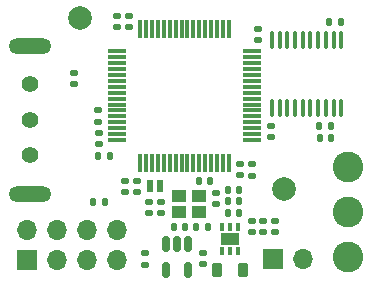
<source format=gts>
%TF.GenerationSoftware,KiCad,Pcbnew,8.0.0*%
%TF.CreationDate,2024-03-08T16:01:42-06:00*%
%TF.ProjectId,led_dog_collar,6c65645f-646f-4675-9f63-6f6c6c61722e,rev?*%
%TF.SameCoordinates,Original*%
%TF.FileFunction,Soldermask,Top*%
%TF.FilePolarity,Negative*%
%FSLAX46Y46*%
G04 Gerber Fmt 4.6, Leading zero omitted, Abs format (unit mm)*
G04 Created by KiCad (PCBNEW 8.0.0) date 2024-03-08 16:01:42*
%MOMM*%
%LPD*%
G01*
G04 APERTURE LIST*
G04 Aperture macros list*
%AMRoundRect*
0 Rectangle with rounded corners*
0 $1 Rounding radius*
0 $2 $3 $4 $5 $6 $7 $8 $9 X,Y pos of 4 corners*
0 Add a 4 corners polygon primitive as box body*
4,1,4,$2,$3,$4,$5,$6,$7,$8,$9,$2,$3,0*
0 Add four circle primitives for the rounded corners*
1,1,$1+$1,$2,$3*
1,1,$1+$1,$4,$5*
1,1,$1+$1,$6,$7*
1,1,$1+$1,$8,$9*
0 Add four rect primitives between the rounded corners*
20,1,$1+$1,$2,$3,$4,$5,0*
20,1,$1+$1,$4,$5,$6,$7,0*
20,1,$1+$1,$6,$7,$8,$9,0*
20,1,$1+$1,$8,$9,$2,$3,0*%
G04 Aperture macros list end*
%ADD10RoundRect,0.140000X0.170000X-0.140000X0.170000X0.140000X-0.170000X0.140000X-0.170000X-0.140000X0*%
%ADD11R,1.700000X1.700000*%
%ADD12O,1.700000X1.700000*%
%ADD13RoundRect,0.140000X-0.140000X-0.170000X0.140000X-0.170000X0.140000X0.170000X-0.140000X0.170000X0*%
%ADD14RoundRect,0.140000X0.140000X0.170000X-0.140000X0.170000X-0.140000X-0.170000X0.140000X-0.170000X0*%
%ADD15C,2.600000*%
%ADD16RoundRect,0.140000X-0.170000X0.140000X-0.170000X-0.140000X0.170000X-0.140000X0.170000X0.140000X0*%
%ADD17RoundRect,0.135000X-0.185000X0.135000X-0.185000X-0.135000X0.185000X-0.135000X0.185000X0.135000X0*%
%ADD18RoundRect,0.135000X-0.135000X-0.185000X0.135000X-0.185000X0.135000X0.185000X-0.135000X0.185000X0*%
%ADD19RoundRect,0.075000X0.075000X-0.700000X0.075000X0.700000X-0.075000X0.700000X-0.075000X-0.700000X0*%
%ADD20RoundRect,0.075000X0.700000X-0.075000X0.700000X0.075000X-0.700000X0.075000X-0.700000X-0.075000X0*%
%ADD21C,2.000000*%
%ADD22RoundRect,0.135000X0.135000X0.185000X-0.135000X0.185000X-0.135000X-0.185000X0.135000X-0.185000X0*%
%ADD23RoundRect,0.135000X0.185000X-0.135000X0.185000X0.135000X-0.185000X0.135000X-0.185000X-0.135000X0*%
%ADD24R,1.200000X1.000000*%
%ADD25R,0.575000X1.140000*%
%ADD26RoundRect,0.150000X-0.150000X0.512500X-0.150000X-0.512500X0.150000X-0.512500X0.150000X0.512500X0*%
%ADD27C,0.812800*%
%ADD28C,1.397000*%
%ADD29O,3.606800X1.320800*%
%ADD30R,0.350000X0.650000*%
%ADD31R,1.600000X1.000000*%
%ADD32RoundRect,0.100000X-0.100000X0.637500X-0.100000X-0.637500X0.100000X-0.637500X0.100000X0.637500X0*%
%ADD33RoundRect,0.218750X0.218750X0.381250X-0.218750X0.381250X-0.218750X-0.381250X0.218750X-0.381250X0*%
G04 APERTURE END LIST*
D10*
%TO.C,C19*%
X187452000Y-53437799D03*
X187452000Y-52477799D03*
%TD*%
%TO.C,C15*%
X199390000Y-54570000D03*
X199390000Y-53610000D03*
%TD*%
D11*
%TO.C,J1*%
X200660000Y-73075800D03*
D12*
X203200000Y-73075800D03*
%TD*%
D13*
%TO.C,C6*%
X196820000Y-68190000D03*
X197780000Y-68190000D03*
%TD*%
D14*
%TO.C,C23*%
X193220000Y-70330000D03*
X192260000Y-70330000D03*
%TD*%
D15*
%TO.C,J2*%
X207010000Y-65278000D03*
%TD*%
D16*
%TO.C,C14*%
X200451399Y-61777800D03*
X200451399Y-62737800D03*
%TD*%
%TO.C,C11*%
X197820000Y-65000000D03*
X197820000Y-65960000D03*
%TD*%
D17*
%TO.C,R4*%
X189814200Y-72593200D03*
X189814200Y-73613198D03*
%TD*%
D10*
%TO.C,C16*%
X185871800Y-63347399D03*
X185871800Y-62387399D03*
%TD*%
D18*
%TO.C,R7*%
X185826400Y-64339599D03*
X186846400Y-64339599D03*
%TD*%
D14*
%TO.C,C17*%
X195298000Y-66471800D03*
X194338000Y-66471800D03*
%TD*%
D18*
%TO.C,R2*%
X205409800Y-52984400D03*
X206429798Y-52984400D03*
%TD*%
D16*
%TO.C,C12*%
X188132401Y-66471599D03*
X188132401Y-67431599D03*
%TD*%
D19*
%TO.C,U4*%
X189402401Y-64918400D03*
X189902400Y-64918400D03*
X190402400Y-64918400D03*
X190902400Y-64918400D03*
X191402400Y-64918400D03*
X191902401Y-64918400D03*
X192402400Y-64918400D03*
X192902400Y-64918400D03*
X193402400Y-64918400D03*
X193902400Y-64918400D03*
X194402399Y-64918400D03*
X194902400Y-64918400D03*
X195402400Y-64918400D03*
X195902400Y-64918400D03*
X196402400Y-64918400D03*
X196902399Y-64918400D03*
D20*
X198827400Y-62993399D03*
X198827400Y-62493400D03*
X198827400Y-61993400D03*
X198827400Y-61493400D03*
X198827400Y-60993400D03*
X198827400Y-60493399D03*
X198827400Y-59993400D03*
X198827400Y-59493400D03*
X198827400Y-58993400D03*
X198827400Y-58493400D03*
X198827400Y-57993401D03*
X198827400Y-57493400D03*
X198827400Y-56993400D03*
X198827400Y-56493400D03*
X198827400Y-55993400D03*
X198827400Y-55493401D03*
D19*
X196902399Y-53568400D03*
X196402400Y-53568400D03*
X195902400Y-53568400D03*
X195402400Y-53568400D03*
X194902400Y-53568400D03*
X194402399Y-53568400D03*
X193902400Y-53568400D03*
X193402400Y-53568400D03*
X192902400Y-53568400D03*
X192402400Y-53568400D03*
X191902401Y-53568400D03*
X191402400Y-53568400D03*
X190902400Y-53568400D03*
X190402400Y-53568400D03*
X189902400Y-53568400D03*
X189402401Y-53568400D03*
D20*
X187477400Y-55493401D03*
X187477400Y-55993400D03*
X187477400Y-56493400D03*
X187477400Y-56993400D03*
X187477400Y-57493400D03*
X187477400Y-57993401D03*
X187477400Y-58493400D03*
X187477400Y-58993400D03*
X187477400Y-59493400D03*
X187477400Y-59993400D03*
X187477400Y-60493399D03*
X187477400Y-60993400D03*
X187477400Y-61493400D03*
X187477400Y-61993400D03*
X187477400Y-62493400D03*
X187477400Y-62993399D03*
%TD*%
D15*
%TO.C,J4*%
X207010000Y-69088000D03*
%TD*%
D16*
%TO.C,C13*%
X189123001Y-66476799D03*
X189123001Y-67436799D03*
%TD*%
D10*
%TO.C,C10*%
X194716400Y-73507600D03*
X194716400Y-72547600D03*
%TD*%
D21*
%TO.C,H1*%
X201540000Y-67130000D03*
%TD*%
D22*
%TO.C,R3*%
X205587600Y-61772800D03*
X204567602Y-61772800D03*
%TD*%
D13*
%TO.C,C7*%
X196820000Y-67210000D03*
X197780000Y-67210000D03*
%TD*%
D10*
%TO.C,C1*%
X183820000Y-58270000D03*
X183820000Y-57310000D03*
%TD*%
D22*
%TO.C,R5*%
X186437999Y-68224400D03*
X185418001Y-68224400D03*
%TD*%
D23*
%TO.C,R9*%
X198830000Y-66009998D03*
X198830000Y-64990000D03*
%TD*%
D15*
%TO.C,J5*%
X207010000Y-72898000D03*
%TD*%
D14*
%TO.C,C8*%
X205559600Y-62788800D03*
X204599600Y-62788800D03*
%TD*%
%TO.C,C9*%
X195117600Y-70332600D03*
X194157600Y-70332600D03*
%TD*%
D10*
%TO.C,C5*%
X198830000Y-70780000D03*
X198830000Y-69820000D03*
%TD*%
D11*
%TO.C,J3*%
X179857400Y-73152000D03*
D12*
X179857400Y-70612000D03*
X182397400Y-73152000D03*
X182397400Y-70612000D03*
X184937399Y-73152000D03*
X184937400Y-70612000D03*
X187477400Y-73152000D03*
X187477400Y-70612000D03*
%TD*%
D24*
%TO.C,U5*%
X194409800Y-67768599D03*
X192709800Y-67768599D03*
X192709800Y-69068599D03*
X194409800Y-69068599D03*
%TD*%
D25*
%TO.C,U6*%
X190215201Y-66903399D03*
X191040201Y-66903399D03*
%TD*%
D16*
%TO.C,C22*%
X191135701Y-68249598D03*
X191135701Y-69209598D03*
%TD*%
D17*
%TO.C,R6*%
X185853800Y-60451400D03*
X185853800Y-61471398D03*
%TD*%
D26*
%TO.C,U3*%
X193449999Y-71760000D03*
X192500000Y-71760000D03*
X191550001Y-71760000D03*
X191550001Y-74035000D03*
X193449999Y-74035000D03*
%TD*%
D16*
%TO.C,C21*%
X190119702Y-68249599D03*
X190119702Y-69209599D03*
%TD*%
D27*
%TO.C,SW2*%
X181229000Y-55038600D03*
X178943000Y-55038600D03*
X181229000Y-67538600D03*
X178943000Y-67538600D03*
D28*
X180086000Y-58288601D03*
X180086000Y-61288600D03*
X180086000Y-64288599D03*
D29*
X180086000Y-55038600D03*
X180086000Y-67538600D03*
%TD*%
D10*
%TO.C,C3*%
X199820000Y-70780000D03*
X199820000Y-69820000D03*
%TD*%
D30*
%TO.C,U1*%
X197665700Y-70334899D03*
X197015700Y-70334900D03*
X196365700Y-70334899D03*
X196365700Y-72434901D03*
X197015700Y-72434900D03*
X197665700Y-72434901D03*
D31*
X197015700Y-71384900D03*
%TD*%
D13*
%TO.C,C4*%
X196810000Y-69180000D03*
X197770000Y-69180000D03*
%TD*%
D32*
%TO.C,U2*%
X206418800Y-54533800D03*
X205768800Y-54533800D03*
X205118800Y-54533800D03*
X204468800Y-54533800D03*
X203818800Y-54533800D03*
X203168800Y-54533800D03*
X202518800Y-54533800D03*
X201868800Y-54533800D03*
X201218800Y-54533800D03*
X200568800Y-54533800D03*
X200568800Y-60258800D03*
X201218800Y-60258800D03*
X201868800Y-60258800D03*
X202518800Y-60258800D03*
X203168800Y-60258800D03*
X203818800Y-60258800D03*
X204468800Y-60258800D03*
X205118800Y-60258800D03*
X205768800Y-60258800D03*
X206418800Y-60258800D03*
%TD*%
D16*
%TO.C,C20*%
X195803200Y-67443599D03*
X195803200Y-68403599D03*
%TD*%
D33*
%TO.C,L1*%
X198064900Y-73990200D03*
X195939900Y-73990200D03*
%TD*%
D10*
%TO.C,C18*%
X188440000Y-53440399D03*
X188440000Y-52480399D03*
%TD*%
D21*
%TO.C,H2*%
X184270000Y-52690000D03*
%TD*%
D10*
%TO.C,C2*%
X200819999Y-70780000D03*
X200819999Y-69820000D03*
%TD*%
M02*

</source>
